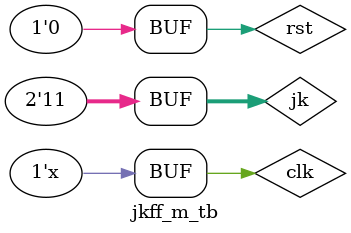
<source format=v>
module jkff_m (jk, rst, clk, q, qbar);
    
    // Port declarations
    input [1:0] jk;         // 2-bit input vector for J and K inputs
    input rst;              // Reset input
    input clk;              // Clock input
    output reg q, qbar;     // Outputs, q and its complement qbar, declared as reg because they will be assigned in the always block

    // Always block that triggers on the rising edge of the clock signal
    always @ (posedge clk)
    begin
        // If the reset signal is active (high)
        if (rst == 1)
        begin
            q = 1'b0;       // Set q to 0
            qbar = 1'b1;    // Set qbar to 1 (complement of q)
        end
        else
        // Case statement to handle the JK input combinations
        case (jk)
            2'b00: begin    // No change condition
                q = q;      // q remains unchanged
                qbar = qbar;// qbar remains unchanged
            end
            2'b01: begin    // Reset condition (J=0, K=1)
                q = 1'b0;   // Set q to 0
                qbar = 1'b1;// Set qbar to 1
            end
            2'b10: begin    // Set condition (J=1, K=0)
                q = 1'b1;   // Set q to 1
                qbar = 1'b0;// Set qbar to 0
            end
            2'b11: begin    // Toggle condition (J=1, K=1)
                q = ~q;     // q is toggled (complemented)
                qbar = ~qbar;// qbar is also toggled (complemented)
            end
            default: begin  // Default condition (should not occur in normal operation)
                q = 1'b0;   // Set q to 0
                qbar = 1'b1;// Set qbar to 1
            end
        endcase
    end
endmodule

// Testbench for the JK Flip-Flop module
module jkff_m_tb;

    // Signal declarations
    reg [1:0] jk;      // 2-bit register to store J and K inputs
    reg rst;           // Register to store the reset signal
    reg clk;           // Register to store the clock signal
    wire q;            // Wire to observe the q output of the JK flip-flop
    wire qbar;         // Wire to observe the qbar output (complement of q) of the JK flip-flop

    // Instantiate the JK flip-flop module
    jkff_m DUT (jk, rst, clk, q, qbar);

    // Clock generation: Toggles the clock signal every 20 time units
    always begin
        #20 clk = ~clk;  // Invert the clock signal after every 20 time units
    end

    // Initial block to apply test inputs
    initial begin
        clk = 1'b0;      // Initialize clock to 0
        jk = 2'b00;      // Set JK inputs to 00 (No change state)
        rst = 1'b1;      // Apply reset signal to initialize the flip-flop
        #100;            // Wait for 100 time units

        rst = 1'b0;      // Deactivate reset signal
        jk = 2'b00;      // Keep JK inputs at 00 (Hold state)
        #100;            // Wait for 100 time units

        jk = 2'b01;      // Set JK inputs to 01 (Reset state)
        #100;            // Wait for 100 time units

        jk = 2'b10;      // Set JK inputs to 10 (Set state)
        #80;             // Wait for 80 time units

        jk = 2'b11;      // Set JK inputs to 11 (Toggle state)
        #100;            // Wait for 100 time units
    end
endmodule

</source>
